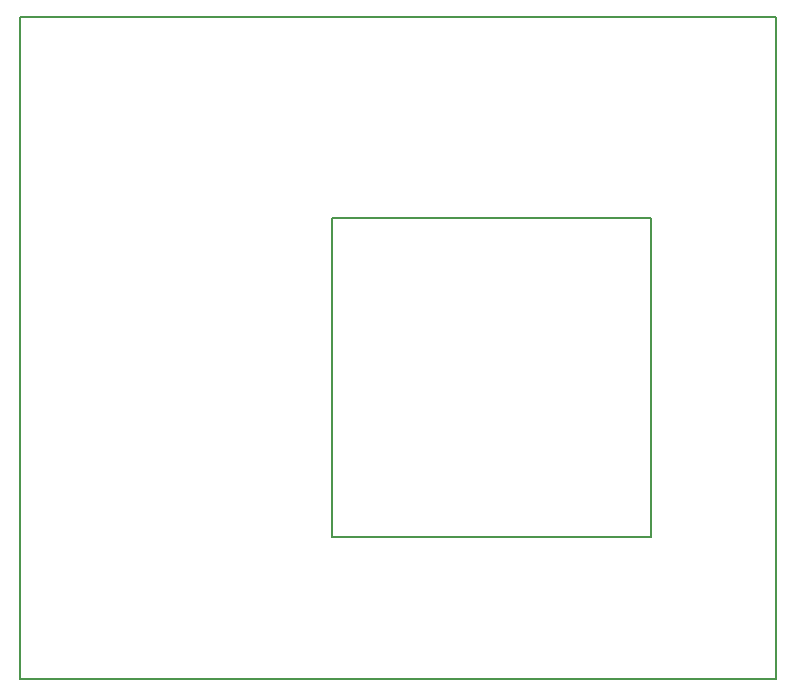
<source format=gbr>
G04 DipTrace 3.3.1.3*
G04 BoardOutline.gbr*
%MOIN*%
G04 #@! TF.FileFunction,Profile*
G04 #@! TF.Part,Single*
%ADD11C,0.005512*%
%FSLAX26Y26*%
G04*
G70*
G90*
G75*
G01*
G04 BoardOutline*
%LPD*%
X2913385Y2598424D2*
D11*
Y393700D1*
X393700D1*
Y2598424D1*
X748031D1*
X2480314D1*
X2913385D1*
X1435565Y1929133D2*
X2498557D1*
Y866141D1*
X1435565D1*
Y1929133D1*
M02*

</source>
